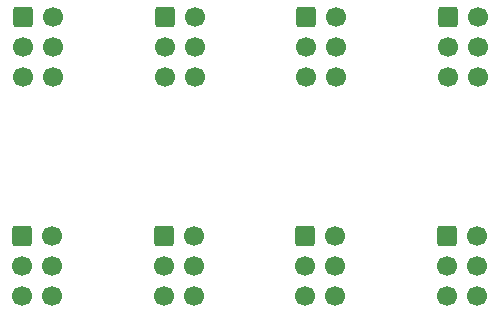
<source format=gbr>
%TF.GenerationSoftware,KiCad,Pcbnew,9.0.5*%
%TF.CreationDate,2025-12-27T20:09:46+11:00*%
%TF.ProjectId,power-expander,706f7765-722d-4657-9870-616e6465722e,rev?*%
%TF.SameCoordinates,Original*%
%TF.FileFunction,Soldermask,Bot*%
%TF.FilePolarity,Negative*%
%FSLAX46Y46*%
G04 Gerber Fmt 4.6, Leading zero omitted, Abs format (unit mm)*
G04 Created by KiCad (PCBNEW 9.0.5) date 2025-12-27 20:09:46*
%MOMM*%
%LPD*%
G01*
G04 APERTURE LIST*
G04 Aperture macros list*
%AMRoundRect*
0 Rectangle with rounded corners*
0 $1 Rounding radius*
0 $2 $3 $4 $5 $6 $7 $8 $9 X,Y pos of 4 corners*
0 Add a 4 corners polygon primitive as box body*
4,1,4,$2,$3,$4,$5,$6,$7,$8,$9,$2,$3,0*
0 Add four circle primitives for the rounded corners*
1,1,$1+$1,$2,$3*
1,1,$1+$1,$4,$5*
1,1,$1+$1,$6,$7*
1,1,$1+$1,$8,$9*
0 Add four rect primitives between the rounded corners*
20,1,$1+$1,$2,$3,$4,$5,0*
20,1,$1+$1,$4,$5,$6,$7,0*
20,1,$1+$1,$6,$7,$8,$9,0*
20,1,$1+$1,$8,$9,$2,$3,0*%
G04 Aperture macros list end*
%ADD10RoundRect,0.250000X-0.600000X-0.600000X0.600000X-0.600000X0.600000X0.600000X-0.600000X0.600000X0*%
%ADD11C,1.700000*%
G04 APERTURE END LIST*
D10*
%TO.C,J8*%
X88415000Y-77000000D03*
D11*
X90955000Y-77000000D03*
X88415000Y-79540000D03*
X90955000Y-79540000D03*
X88415000Y-82080000D03*
X90955000Y-82080000D03*
%TD*%
D10*
%TO.C,J7*%
X76430000Y-77000000D03*
D11*
X78970000Y-77000000D03*
X76430000Y-79540000D03*
X78970000Y-79540000D03*
X76430000Y-82080000D03*
X78970000Y-82080000D03*
%TD*%
D10*
%TO.C,J6*%
X64445000Y-77000000D03*
D11*
X66985000Y-77000000D03*
X64445000Y-79540000D03*
X66985000Y-79540000D03*
X64445000Y-82080000D03*
X66985000Y-82080000D03*
%TD*%
D10*
%TO.C,J5*%
X52460000Y-77000000D03*
D11*
X55000000Y-77000000D03*
X52460000Y-79540000D03*
X55000000Y-79540000D03*
X52460000Y-82080000D03*
X55000000Y-82080000D03*
%TD*%
D10*
%TO.C,J4*%
X88520000Y-58420000D03*
D11*
X91060000Y-58420000D03*
X88520000Y-60960000D03*
X91060000Y-60960000D03*
X88520000Y-63500000D03*
X91060000Y-63500000D03*
%TD*%
D10*
%TO.C,J3*%
X76535000Y-58420000D03*
D11*
X79075000Y-58420000D03*
X76535000Y-60960000D03*
X79075000Y-60960000D03*
X76535000Y-63500000D03*
X79075000Y-63500000D03*
%TD*%
D10*
%TO.C,J2*%
X64550000Y-58420000D03*
D11*
X67090000Y-58420000D03*
X64550000Y-60960000D03*
X67090000Y-60960000D03*
X64550000Y-63500000D03*
X67090000Y-63500000D03*
%TD*%
D10*
%TO.C,J1*%
X52565000Y-58420000D03*
D11*
X55105000Y-58420000D03*
X52565000Y-60960000D03*
X55105000Y-60960000D03*
X52565000Y-63500000D03*
X55105000Y-63500000D03*
%TD*%
M02*

</source>
